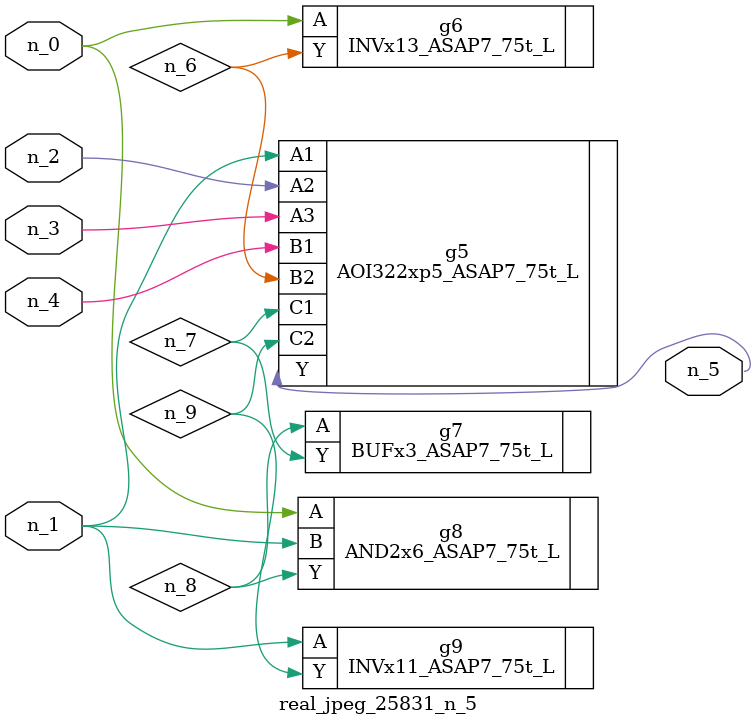
<source format=v>
module real_jpeg_25831_n_5 (n_4, n_0, n_1, n_2, n_3, n_5);

input n_4;
input n_0;
input n_1;
input n_2;
input n_3;

output n_5;

wire n_8;
wire n_6;
wire n_7;
wire n_9;

INVx13_ASAP7_75t_L g6 ( 
.A(n_0),
.Y(n_6)
);

AND2x6_ASAP7_75t_L g8 ( 
.A(n_0),
.B(n_1),
.Y(n_8)
);

AOI322xp5_ASAP7_75t_L g5 ( 
.A1(n_1),
.A2(n_2),
.A3(n_3),
.B1(n_4),
.B2(n_6),
.C1(n_7),
.C2(n_9),
.Y(n_5)
);

INVx11_ASAP7_75t_L g9 ( 
.A(n_1),
.Y(n_9)
);

BUFx3_ASAP7_75t_L g7 ( 
.A(n_8),
.Y(n_7)
);


endmodule
</source>
